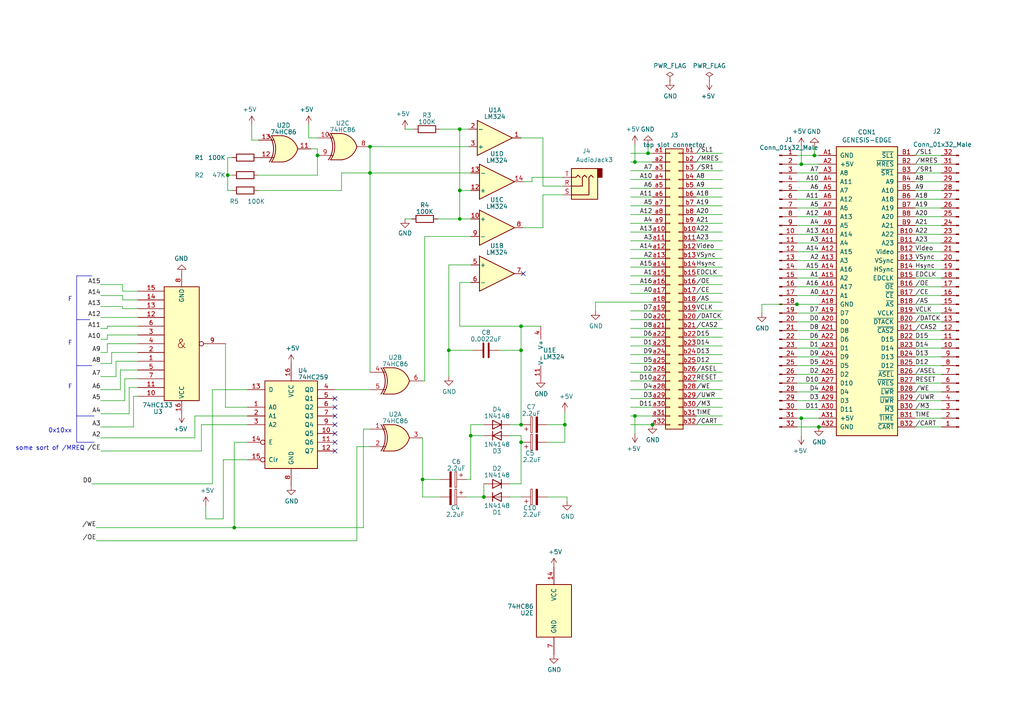
<source format=kicad_sch>
(kicad_sch (version 20230121) (generator eeschema)
  (paper "A4")
  (junction (at 107.315 50.165))
  (junction (at 92.075 45.085))
  (junction (at 107.315 42.545))
  (junction (at 184.15 120.65))
  (junction (at 67.945 153.035))
  (junction (at 130.175 101.6))
  (junction (at 231.14 88.265))
  (junction (at 151.13 101.6))
  (junction (at 232.41 47.625))
  (junction (at 237.49 123.825))
  (junction (at 184.15 46.99))
  (junction (at 189.23 123.19))
  (junction (at 133.35 63.5))
  (junction (at 122.555 139.065))
  (junction (at 232.41 121.285))
  (junction (at 133.35 55.245))
  (junction (at 151.13 94.615))
  (junction (at 187.96 44.45))
  (junction (at 163.83 123.19))
  (junction (at 236.22 45.085))
  (junction (at 140.335 144.145))
  (junction (at 66.04 50.8))
  (junction (at 151.13 123.19))
  (junction (at 136.525 126.365))
  (junction (at 151.13 128.27))
  (junction (at 133.35 37.465))
  (no_connect (at 151.765 79.375))
  (no_connect (at 97.155 128.27))
  (no_connect (at 97.155 120.65))
  (no_connect (at 97.155 130.81))
  (no_connect (at 97.155 118.11))
  (no_connect (at 97.155 125.73))
  (no_connect (at 97.155 115.57))
  (no_connect (at 97.155 123.19))
  (wire (pts (xy 117.475 63.5) (xy 119.38 63.5)))
  (polyline (pts (xy 22.225 120.65) (xy 22.225 128.27)))
  (wire (pts (xy 64.77 150.495) (xy 59.69 150.495)))
  (wire (pts (xy 151.13 126.365) (xy 147.955 126.365)))
  (wire (pts (xy 136.525 123.19) (xy 136.525 126.365)))
  (polyline (pts (xy 26.67 80.01) (xy 22.225 80.01)))
  (wire (pts (xy 133.35 94.615) (xy 151.13 94.615)))
  (wire (pts (xy 231.14 118.745) (xy 237.49 118.745)))
  (wire (pts (xy 35.56 82.55) (xy 29.21 82.55)))
  (wire (pts (xy 65.405 118.11) (xy 71.755 118.11)))
  (wire (pts (xy 231.14 121.285) (xy 232.41 121.285)))
  (wire (pts (xy 265.43 57.785) (xy 273.05 57.785)))
  (wire (pts (xy 147.955 144.145) (xy 151.13 144.145)))
  (wire (pts (xy 61.595 113.03) (xy 61.595 140.335)))
  (wire (pts (xy 127 63.5) (xy 133.35 63.5)))
  (wire (pts (xy 66.04 55.245) (xy 67.31 55.245)))
  (wire (pts (xy 105.41 153.035) (xy 105.41 124.46)))
  (wire (pts (xy 231.14 100.965) (xy 237.49 100.965)))
  (wire (pts (xy 265.43 118.745) (xy 273.05 118.745)))
  (wire (pts (xy 184.15 125.73) (xy 184.15 120.65)))
  (wire (pts (xy 71.755 123.19) (xy 58.42 123.19)))
  (wire (pts (xy 31.115 97.155) (xy 31.115 98.425)))
  (wire (pts (xy 184.15 41.91) (xy 184.15 46.99)))
  (wire (pts (xy 201.93 69.85) (xy 209.55 69.85)))
  (wire (pts (xy 201.93 120.65) (xy 209.55 120.65)))
  (wire (pts (xy 163.83 123.19) (xy 158.75 123.19)))
  (wire (pts (xy 182.88 105.41) (xy 189.23 105.41)))
  (wire (pts (xy 74.93 50.8) (xy 92.075 50.8)))
  (wire (pts (xy 182.88 62.23) (xy 189.23 62.23)))
  (wire (pts (xy 26.67 140.335) (xy 61.595 140.335)))
  (wire (pts (xy 38.735 123.825) (xy 29.21 123.825)))
  (wire (pts (xy 123.19 110.49) (xy 123.19 68.58)))
  (wire (pts (xy 133.35 37.465) (xy 135.89 37.465)))
  (wire (pts (xy 265.43 113.665) (xy 273.05 113.665)))
  (wire (pts (xy 182.88 90.17) (xy 189.23 90.17)))
  (polyline (pts (xy 22.225 106.045) (xy 22.225 120.65)))
  (wire (pts (xy 36.195 109.855) (xy 36.195 116.205)))
  (wire (pts (xy 40.005 97.155) (xy 31.115 97.155)))
  (wire (pts (xy 151.13 101.6) (xy 151.13 94.615)))
  (wire (pts (xy 71.755 133.35) (xy 64.77 133.35)))
  (wire (pts (xy 136.525 126.365) (xy 140.335 126.365)))
  (wire (pts (xy 265.43 83.185) (xy 273.05 83.185)))
  (wire (pts (xy 201.93 80.01) (xy 209.55 80.01)))
  (wire (pts (xy 136.525 50.165) (xy 107.315 50.165)))
  (wire (pts (xy 147.955 123.19) (xy 151.13 123.19)))
  (wire (pts (xy 265.43 60.325) (xy 273.05 60.325)))
  (wire (pts (xy 182.88 49.53) (xy 189.23 49.53)))
  (wire (pts (xy 201.93 72.39) (xy 209.55 72.39)))
  (wire (pts (xy 184.15 46.99) (xy 189.23 46.99)))
  (wire (pts (xy 74.93 55.245) (xy 99.06 55.245)))
  (wire (pts (xy 38.735 114.935) (xy 38.735 123.825)))
  (wire (pts (xy 135.255 144.145) (xy 140.335 144.145)))
  (wire (pts (xy 157.48 66.04) (xy 151.765 66.04)))
  (wire (pts (xy 35.56 85.725) (xy 29.21 85.725)))
  (wire (pts (xy 231.14 90.805) (xy 237.49 90.805)))
  (wire (pts (xy 29.21 127) (xy 56.515 127)))
  (wire (pts (xy 36.195 116.205) (xy 29.21 116.205)))
  (wire (pts (xy 265.43 111.125) (xy 273.05 111.125)))
  (wire (pts (xy 37.465 120.015) (xy 29.21 120.015)))
  (wire (pts (xy 182.88 80.01) (xy 189.23 80.01)))
  (wire (pts (xy 107.315 50.165) (xy 107.315 107.95)))
  (wire (pts (xy 231.14 73.025) (xy 237.49 73.025)))
  (wire (pts (xy 157.48 40.005) (xy 157.48 53.975)))
  (wire (pts (xy 90.17 43.18) (xy 92.075 43.18)))
  (wire (pts (xy 201.93 57.15) (xy 209.55 57.15)))
  (wire (pts (xy 201.93 123.19) (xy 209.55 123.19)))
  (wire (pts (xy 117.475 37.465) (xy 120.015 37.465)))
  (wire (pts (xy 35.56 89.535) (xy 35.56 88.9)))
  (wire (pts (xy 201.93 64.77) (xy 209.55 64.77)))
  (wire (pts (xy 201.93 115.57) (xy 209.55 115.57)))
  (wire (pts (xy 231.14 111.125) (xy 237.49 111.125)))
  (wire (pts (xy 163.83 119.38) (xy 163.83 123.19)))
  (wire (pts (xy 40.005 86.995) (xy 35.56 86.995)))
  (wire (pts (xy 34.925 107.315) (xy 34.925 113.03)))
  (wire (pts (xy 40.005 94.615) (xy 31.115 94.615)))
  (wire (pts (xy 122.555 110.49) (xy 123.19 110.49)))
  (wire (pts (xy 201.93 100.33) (xy 209.55 100.33)))
  (wire (pts (xy 231.14 55.245) (xy 237.49 55.245)))
  (wire (pts (xy 201.93 97.79) (xy 209.55 97.79)))
  (wire (pts (xy 182.88 44.45) (xy 187.96 44.45)))
  (wire (pts (xy 133.35 55.245) (xy 136.525 55.245)))
  (wire (pts (xy 201.93 54.61) (xy 209.55 54.61)))
  (wire (pts (xy 265.43 52.705) (xy 273.05 52.705)))
  (wire (pts (xy 231.14 78.105) (xy 237.49 78.105)))
  (wire (pts (xy 103.505 156.845) (xy 103.505 129.54)))
  (wire (pts (xy 151.13 94.615) (xy 156.845 94.615)))
  (wire (pts (xy 37.465 112.395) (xy 37.465 120.015)))
  (wire (pts (xy 71.755 120.65) (xy 56.515 120.65)))
  (wire (pts (xy 31.115 102.235) (xy 29.21 102.235)))
  (wire (pts (xy 182.88 85.09) (xy 189.23 85.09)))
  (wire (pts (xy 133.35 63.5) (xy 133.35 55.245)))
  (wire (pts (xy 27.94 156.845) (xy 103.505 156.845)))
  (wire (pts (xy 231.14 95.885) (xy 237.49 95.885)))
  (wire (pts (xy 99.06 50.165) (xy 99.06 55.245)))
  (wire (pts (xy 64.77 133.35) (xy 64.77 150.495)))
  (wire (pts (xy 67.31 45.72) (xy 66.04 45.72)))
  (wire (pts (xy 265.43 75.565) (xy 273.05 75.565)))
  (wire (pts (xy 151.13 40.005) (xy 157.48 40.005)))
  (wire (pts (xy 35.56 86.995) (xy 35.56 85.725)))
  (wire (pts (xy 201.93 74.93) (xy 209.55 74.93)))
  (wire (pts (xy 182.88 100.33) (xy 189.23 100.33)))
  (wire (pts (xy 201.93 95.25) (xy 209.55 95.25)))
  (wire (pts (xy 92.075 43.18) (xy 92.075 45.085)))
  (wire (pts (xy 182.88 115.57) (xy 189.23 115.57)))
  (wire (pts (xy 265.43 123.825) (xy 273.05 123.825)))
  (wire (pts (xy 158.75 144.145) (xy 164.465 144.145)))
  (wire (pts (xy 265.43 55.245) (xy 273.05 55.245)))
  (wire (pts (xy 182.88 74.93) (xy 189.23 74.93)))
  (wire (pts (xy 265.43 65.405) (xy 273.05 65.405)))
  (wire (pts (xy 265.43 103.505) (xy 273.05 103.505)))
  (wire (pts (xy 130.175 101.6) (xy 130.175 109.22)))
  (polyline (pts (xy 22.225 80.01) (xy 22.225 92.71)))
  (wire (pts (xy 67.945 128.27) (xy 67.945 153.035)))
  (wire (pts (xy 201.93 85.09) (xy 209.55 85.09)))
  (wire (pts (xy 231.14 93.345) (xy 237.49 93.345)))
  (wire (pts (xy 265.43 106.045) (xy 273.05 106.045)))
  (wire (pts (xy 182.88 97.79) (xy 189.23 97.79)))
  (wire (pts (xy 265.43 78.105) (xy 273.05 78.105)))
  (wire (pts (xy 236.22 42.545) (xy 236.22 45.085)))
  (wire (pts (xy 130.175 76.835) (xy 136.525 76.835)))
  (wire (pts (xy 231.14 80.645) (xy 237.49 80.645)))
  (wire (pts (xy 31.115 99.695) (xy 31.115 102.235)))
  (wire (pts (xy 231.14 57.785) (xy 237.49 57.785)))
  (wire (pts (xy 40.005 102.235) (xy 32.385 102.235)))
  (wire (pts (xy 220.98 88.265) (xy 220.98 90.805)))
  (wire (pts (xy 201.93 102.87) (xy 209.55 102.87)))
  (wire (pts (xy 163.83 128.27) (xy 163.83 123.19)))
  (wire (pts (xy 231.14 123.825) (xy 237.49 123.825)))
  (wire (pts (xy 147.955 140.335) (xy 151.13 140.335)))
  (wire (pts (xy 123.19 68.58) (xy 136.525 68.58)))
  (wire (pts (xy 29.21 92.075) (xy 40.005 92.075)))
  (wire (pts (xy 231.14 83.185) (xy 237.49 83.185)))
  (wire (pts (xy 201.93 118.11) (xy 209.55 118.11)))
  (wire (pts (xy 220.98 88.265) (xy 231.14 88.265)))
  (wire (pts (xy 182.88 123.19) (xy 189.23 123.19)))
  (wire (pts (xy 182.88 107.95) (xy 189.23 107.95)))
  (wire (pts (xy 231.14 103.505) (xy 237.49 103.505)))
  (wire (pts (xy 265.43 95.885) (xy 273.05 95.885)))
  (wire (pts (xy 31.115 98.425) (xy 29.21 98.425)))
  (polyline (pts (xy 22.225 120.65) (xy 27.305 120.65)))
  (wire (pts (xy 182.88 110.49) (xy 189.23 110.49)))
  (wire (pts (xy 265.43 100.965) (xy 273.05 100.965)))
  (wire (pts (xy 201.93 113.03) (xy 209.55 113.03)))
  (wire (pts (xy 154.305 52.705) (xy 154.305 51.435)))
  (wire (pts (xy 40.005 89.535) (xy 35.56 89.535)))
  (wire (pts (xy 164.465 144.145) (xy 164.465 145.415)))
  (wire (pts (xy 40.005 99.695) (xy 31.115 99.695)))
  (wire (pts (xy 97.155 113.03) (xy 107.315 113.03)))
  (wire (pts (xy 232.41 42.545) (xy 232.41 47.625)))
  (wire (pts (xy 182.88 72.39) (xy 189.23 72.39)))
  (wire (pts (xy 66.04 45.72) (xy 66.04 50.8)))
  (wire (pts (xy 73.025 36.195) (xy 73.025 40.64)))
  (wire (pts (xy 158.75 128.27) (xy 163.83 128.27)))
  (wire (pts (xy 231.14 75.565) (xy 237.49 75.565)))
  (wire (pts (xy 182.88 64.77) (xy 189.23 64.77)))
  (wire (pts (xy 31.115 94.615) (xy 31.115 95.25)))
  (wire (pts (xy 122.555 127) (xy 122.555 139.065)))
  (wire (pts (xy 74.93 40.64) (xy 73.025 40.64)))
  (wire (pts (xy 182.88 120.65) (xy 184.15 120.65)))
  (wire (pts (xy 182.88 52.07) (xy 189.23 52.07)))
  (wire (pts (xy 151.765 52.705) (xy 154.305 52.705)))
  (wire (pts (xy 127.635 144.145) (xy 122.555 144.145)))
  (wire (pts (xy 157.48 53.975) (xy 163.195 53.975)))
  (wire (pts (xy 66.04 50.8) (xy 66.04 55.245)))
  (wire (pts (xy 58.42 123.19) (xy 58.42 130.81)))
  (wire (pts (xy 265.43 90.805) (xy 273.05 90.805)))
  (wire (pts (xy 265.43 116.205) (xy 273.05 116.205)))
  (wire (pts (xy 133.35 55.245) (xy 133.35 37.465)))
  (wire (pts (xy 151.13 140.335) (xy 151.13 128.27)))
  (wire (pts (xy 140.335 123.19) (xy 136.525 123.19)))
  (polyline (pts (xy 22.225 92.71) (xy 22.225 106.045)))
  (wire (pts (xy 265.43 70.485) (xy 273.05 70.485)))
  (wire (pts (xy 66.04 50.8) (xy 67.31 50.8)))
  (wire (pts (xy 89.535 36.195) (xy 89.535 40.005)))
  (wire (pts (xy 201.93 92.71) (xy 209.55 92.71)))
  (wire (pts (xy 265.43 88.265) (xy 273.05 88.265)))
  (wire (pts (xy 172.72 87.63) (xy 189.23 87.63)))
  (wire (pts (xy 40.005 114.935) (xy 38.735 114.935)))
  (wire (pts (xy 265.43 108.585) (xy 273.05 108.585)))
  (wire (pts (xy 182.88 59.69) (xy 189.23 59.69)))
  (wire (pts (xy 136.525 81.915) (xy 133.35 81.915)))
  (wire (pts (xy 182.88 77.47) (xy 189.23 77.47)))
  (wire (pts (xy 232.41 47.625) (xy 237.49 47.625)))
  (wire (pts (xy 231.14 52.705) (xy 237.49 52.705)))
  (wire (pts (xy 33.655 109.22) (xy 29.21 109.22)))
  (wire (pts (xy 133.35 81.915) (xy 133.35 94.615)))
  (wire (pts (xy 151.13 128.27) (xy 151.13 126.365)))
  (wire (pts (xy 231.14 88.265) (xy 237.49 88.265)))
  (wire (pts (xy 201.93 49.53) (xy 209.55 49.53)))
  (wire (pts (xy 201.93 110.49) (xy 209.55 110.49)))
  (wire (pts (xy 201.93 46.99) (xy 209.55 46.99)))
  (wire (pts (xy 265.43 80.645) (xy 273.05 80.645)))
  (wire (pts (xy 29.21 130.81) (xy 58.42 130.81)))
  (wire (pts (xy 201.93 77.47) (xy 209.55 77.47)))
  (wire (pts (xy 136.525 126.365) (xy 136.525 139.065)))
  (wire (pts (xy 56.515 120.65) (xy 56.515 127)))
  (wire (pts (xy 107.315 42.545) (xy 107.315 50.165)))
  (wire (pts (xy 35.56 88.9) (xy 29.21 88.9)))
  (wire (pts (xy 231.14 50.165) (xy 237.49 50.165)))
  (wire (pts (xy 182.88 92.71) (xy 189.23 92.71)))
  (wire (pts (xy 27.94 153.035) (xy 67.945 153.035)))
  (wire (pts (xy 265.43 121.285) (xy 273.05 121.285)))
  (wire (pts (xy 154.305 51.435) (xy 163.195 51.435)))
  (wire (pts (xy 231.14 67.945) (xy 237.49 67.945)))
  (wire (pts (xy 231.14 70.485) (xy 237.49 70.485)))
  (wire (pts (xy 71.755 128.27) (xy 67.945 128.27)))
  (wire (pts (xy 201.93 105.41) (xy 209.55 105.41)))
  (wire (pts (xy 59.69 146.685) (xy 59.69 150.495)))
  (wire (pts (xy 236.22 45.085) (xy 237.49 45.085)))
  (wire (pts (xy 31.115 95.25) (xy 29.21 95.25)))
  (wire (pts (xy 33.655 104.775) (xy 33.655 109.22)))
  (wire (pts (xy 140.335 140.335) (xy 140.335 144.145)))
  (wire (pts (xy 107.315 50.165) (xy 99.06 50.165)))
  (wire (pts (xy 133.35 63.5) (xy 136.525 63.5)))
  (wire (pts (xy 201.93 82.55) (xy 209.55 82.55)))
  (wire (pts (xy 265.43 85.725) (xy 273.05 85.725)))
  (wire (pts (xy 182.88 46.99) (xy 184.15 46.99)))
  (wire (pts (xy 182.88 69.85) (xy 189.23 69.85)))
  (wire (pts (xy 92.075 40.005) (xy 89.535 40.005)))
  (wire (pts (xy 201.93 44.45) (xy 209.55 44.45)))
  (wire (pts (xy 33.655 104.775) (xy 40.005 104.775)))
  (wire (pts (xy 67.945 153.035) (xy 105.41 153.035)))
  (wire (pts (xy 32.385 102.235) (xy 32.385 105.41)))
  (wire (pts (xy 231.14 65.405) (xy 237.49 65.405)))
  (wire (pts (xy 231.14 98.425) (xy 237.49 98.425)))
  (wire (pts (xy 182.88 67.31) (xy 189.23 67.31)))
  (wire (pts (xy 92.075 45.085) (xy 92.075 50.8)))
  (wire (pts (xy 182.88 113.03) (xy 189.23 113.03)))
  (wire (pts (xy 182.88 95.25) (xy 189.23 95.25)))
  (wire (pts (xy 187.96 41.91) (xy 187.96 44.45)))
  (wire (pts (xy 231.14 85.725) (xy 237.49 85.725)))
  (wire (pts (xy 201.93 67.31) (xy 209.55 67.31)))
  (wire (pts (xy 157.48 56.515) (xy 157.48 66.04)))
  (wire (pts (xy 36.195 109.855) (xy 40.005 109.855)))
  (wire (pts (xy 182.88 57.15) (xy 189.23 57.15)))
  (wire (pts (xy 231.14 45.085) (xy 236.22 45.085)))
  (wire (pts (xy 265.43 67.945) (xy 273.05 67.945)))
  (wire (pts (xy 65.405 99.695) (xy 65.405 118.11)))
  (wire (pts (xy 201.93 59.69) (xy 209.55 59.69)))
  (wire (pts (xy 265.43 47.625) (xy 273.05 47.625)))
  (wire (pts (xy 182.88 102.87) (xy 189.23 102.87)))
  (wire (pts (xy 127.635 37.465) (xy 133.35 37.465)))
  (wire (pts (xy 105.41 124.46) (xy 107.315 124.46)))
  (wire (pts (xy 182.88 82.55) (xy 189.23 82.55)))
  (polyline (pts (xy 22.225 92.71) (xy 26.035 92.71)))
  (polyline (pts (xy 22.225 106.045) (xy 26.67 106.045)))
  (wire (pts (xy 201.93 90.17) (xy 209.55 90.17)))
  (wire (pts (xy 32.385 105.41) (xy 29.21 105.41)))
  (wire (pts (xy 201.93 52.07) (xy 209.55 52.07)))
  (wire (pts (xy 137.16 101.6) (xy 130.175 101.6)))
  (wire (pts (xy 231.14 60.325) (xy 237.49 60.325)))
  (wire (pts (xy 107.315 42.545) (xy 135.89 42.545)))
  (wire (pts (xy 232.41 121.285) (xy 237.49 121.285)))
  (wire (pts (xy 231.14 62.865) (xy 237.49 62.865)))
  (wire (pts (xy 232.41 126.365) (xy 232.41 121.285)))
  (wire (pts (xy 135.255 139.065) (xy 136.525 139.065)))
  (wire (pts (xy 35.56 84.455) (xy 35.56 82.55)))
  (wire (pts (xy 122.555 139.065) (xy 122.555 144.145)))
  (wire (pts (xy 163.195 56.515) (xy 157.48 56.515)))
  (wire (pts (xy 265.43 45.085) (xy 273.05 45.085)))
  (wire (pts (xy 265.43 98.425) (xy 273.05 98.425)))
  (polyline (pts (xy 22.225 128.27) (xy 27.305 128.27)))
  (wire (pts (xy 265.43 50.165) (xy 273.05 50.165)))
  (wire (pts (xy 103.505 129.54) (xy 107.315 129.54)))
  (wire (pts (xy 265.43 62.865) (xy 273.05 62.865)))
  (wire (pts (xy 40.005 84.455) (xy 35.56 84.455)))
  (wire (pts (xy 182.88 118.11) (xy 189.23 118.11)))
  (wire (pts (xy 201.93 107.95) (xy 209.55 107.95)))
  (wire (pts (xy 182.88 54.61) (xy 189.23 54.61)))
  (wire (pts (xy 34.925 113.03) (xy 29.21 113.03)))
  (wire (pts (xy 151.13 123.19) (xy 151.13 101.6)))
  (wire (pts (xy 231.14 106.045) (xy 237.49 106.045)))
  (wire (pts (xy 122.555 139.065) (xy 127.635 139.065)))
  (wire (pts (xy 201.93 62.23) (xy 209.55 62.23)))
  (wire (pts (xy 187.96 44.45) (xy 189.23 44.45)))
  (wire (pts (xy 265.43 93.345) (xy 273.05 93.345)))
  (wire (pts (xy 201.93 87.63) (xy 209.55 87.63)))
  (wire (pts (xy 40.005 107.315) (xy 34.925 107.315)))
  (wire (pts (xy 71.755 113.03) (xy 61.595 113.03)))
  (wire (pts (xy 184.15 120.65) (xy 189.23 120.65)))
  (wire (pts (xy 144.78 101.6) (xy 151.13 101.6)))
  (wire (pts (xy 265.43 73.025) (xy 273.05 73.025)))
  (wire (pts (xy 130.175 101.6) (xy 130.175 76.835)))
  (wire (pts (xy 231.14 108.585) (xy 237.49 108.585)))
  (wire (pts (xy 231.14 47.625) (xy 232.41 47.625)))
  (wire (pts (xy 172.72 87.63) (xy 172.72 90.17)))
  (wire (pts (xy 231.14 113.665) (xy 237.49 113.665)))
  (wire (pts (xy 231.14 116.205) (xy 237.49 116.205)))
  (wire (pts (xy 40.005 112.395) (xy 37.465 112.395)))
  (text "F" (at 19.685 113.03 0) (effects (font (size 1.27 1.27)) (justify left bottom)))
  (text "some sort of /MREQ" (at 4.445 130.81 0) (effects (font (size 1.27 1.27)) (justify left bottom)))
  (text "0x10xx" (at 13.97 125.73 0) (effects (font (size 1.27 1.27)) (justify left bottom)))
  (text "F" (at 19.685 87.63 0) (effects (font (size 1.27 1.27)) (justify left bottom)))
  (text "F" (at 19.685 100.33 0) (effects (font (size 1.27 1.27)) (justify left bottom)))
  (label "A11" (at 29.21 95.25 180))
  (label "A4" (at 29.21 120.015 180))
  (label "A14" (at 29.21 85.725 180))
  (label "A12" (at 237.49 62.865 180))
  (label "D1" (at 189.23 100.33 180))
  (label "A14" (at 189.23 72.39 180))
  (label "A15" (at 237.49 78.105 180))
  (label "D2" (at 237.49 108.585 180))
  (label "A20" (at 201.93 62.23 0))
  (label "A10" (at 29.21 98.425 180))
  (label "VSync" (at 265.43 75.565 0))
  (label "A4" (at 237.49 65.405 180))
  (label "A1" (at 237.49 80.645 180))
  (label "D15" (at 201.93 97.79 0))
  (label "D9" (at 237.49 103.505 180))
  (label "{slash}OE" (at 27.94 156.845 180))
  (label "Video" (at 265.43 73.025 0))
  (label "{slash}CAS2" (at 265.43 95.885 0))
  (label "TIME" (at 265.43 121.285 0))
  (label "D14" (at 265.43 100.965 0))
  (label "D15" (at 265.43 98.425 0))
  (label "A8" (at 201.93 52.07 0))
  (label "A13" (at 189.23 67.31 180))
  (label "A2" (at 189.23 74.93 180))
  (label "A13" (at 237.49 67.945 180))
  (label "A4" (at 189.23 64.77 180))
  (label "{slash}SL1" (at 265.43 45.085 0))
  (label "A16" (at 237.49 83.185 180))
  (label "{slash}SR1" (at 201.93 49.53 0))
  (label "D4" (at 189.23 113.03 180))
  (label "A21" (at 265.43 65.405 0))
  (label "A22" (at 201.93 67.31 0))
  (label "A19" (at 265.43 60.325 0))
  (label "TIME" (at 201.93 120.65 0))
  (label "D10" (at 189.23 110.49 180))
  (label "A1" (at 189.23 80.01 180))
  (label "A15" (at 29.21 82.55 180))
  (label "D11" (at 237.49 118.745 180))
  (label "{slash}DATCK" (at 201.93 92.71 0))
  (label "RESET" (at 265.43 111.125 0))
  (label "A3" (at 189.23 69.85 180))
  (label "A15" (at 189.23 77.47 180))
  (label "{slash}SL1" (at 201.93 44.45 0))
  (label "A21" (at 201.93 64.77 0))
  (label "A5" (at 237.49 60.325 180))
  (label "A23" (at 265.43 70.485 0))
  (label "A7" (at 237.49 50.165 180))
  (label "Video" (at 201.93 72.39 0))
  (label "A23" (at 201.93 69.85 0))
  (label "A12" (at 189.23 62.23 180))
  (label "{slash}CE" (at 29.21 130.81 180))
  (label "D2" (at 189.23 107.95 180))
  (label "{slash}CART" (at 201.93 123.19 0))
  (label "A11" (at 189.23 57.15 180))
  (label "A8" (at 29.21 105.41 180))
  (label "D3" (at 237.49 116.205 180))
  (label "A5" (at 29.21 116.205 180))
  (label "A18" (at 201.93 57.15 0))
  (label "EDCLK" (at 201.93 80.01 0))
  (label "{slash}WE" (at 27.94 153.035 180))
  (label "D1" (at 237.49 100.965 180))
  (label "{slash}CAS2" (at 201.93 95.25 0))
  (label "{slash}ASEL" (at 265.43 108.585 0))
  (label "A6" (at 189.23 54.61 180))
  (label "{slash}SR1" (at 265.43 50.165 0))
  (label "A11" (at 237.49 57.785 180))
  (label "D5" (at 237.49 106.045 180))
  (label "{slash}AS" (at 265.43 88.265 0))
  (label "A9" (at 265.43 55.245 0))
  (label "D0" (at 237.49 93.345 180))
  (label "A8" (at 265.43 52.705 0))
  (label "{slash}M3" (at 265.43 118.745 0))
  (label "{slash}CART" (at 265.43 123.825 0))
  (label "A9" (at 201.93 54.61 0))
  (label "A18" (at 265.43 57.785 0))
  (label "RESET" (at 201.93 110.49 0))
  (label "A22" (at 265.43 67.945 0))
  (label "A10" (at 237.49 52.705 180))
  (label "A13" (at 29.21 88.9 180))
  (label "A3" (at 29.21 123.825 180))
  (label "D10" (at 237.49 111.125 180))
  (label "A5" (at 189.23 59.69 180))
  (label "D9" (at 189.23 102.87 180))
  (label "D0" (at 26.67 140.335 180))
  (label "{slash}ASEL" (at 201.93 107.95 0))
  (label "D4" (at 237.49 113.665 180))
  (label "D6" (at 237.49 98.425 180))
  (label "A14" (at 237.49 73.025 180))
  (label "A3" (at 237.49 70.485 180))
  (label "D6" (at 189.23 97.79 180))
  (label "{slash}M3" (at 201.93 118.11 0))
  (label "D8" (at 237.49 95.885 180))
  (label "{slash}OE" (at 201.93 82.55 0))
  (label "A12" (at 29.21 92.075 180))
  (label "Hsync" (at 201.93 77.47 0))
  (label "A16" (at 189.23 82.55 180))
  (label "D5" (at 189.23 105.41 180))
  (label "D8" (at 189.23 95.25 180))
  (label "D12" (at 201.93 105.41 0))
  (label "Hsync" (at 265.43 78.105 0))
  (label "A6" (at 237.49 55.245 180))
  (label "A2" (at 237.49 75.565 180))
  (label "A2" (at 29.21 127 180))
  (label "{slash}CE" (at 265.43 85.725 0))
  (label "D14" (at 201.93 100.33 0))
  (label "A0" (at 189.23 85.09 180))
  (label "D13" (at 265.43 103.505 0))
  (label "EDCLK" (at 265.43 80.645 0))
  (label "{slash}UWR" (at 201.93 115.57 0))
  (label "A19" (at 201.93 59.69 0))
  (label "A0" (at 237.49 85.725 180))
  (label "D0" (at 189.23 92.71 180))
  (label "{slash}WE" (at 265.43 113.665 0))
  (label "A6" (at 29.21 113.03 180))
  (label "VCLK" (at 265.43 90.805 0))
  (label "VSync" (at 201.93 74.93 0))
  (label "{slash}CE" (at 201.93 85.09 0))
  (label "{slash}MRES" (at 201.93 46.99 0))
  (label "{slash}MRES" (at 265.43 47.625 0))
  (label "D3" (at 189.23 115.57 180))
  (label "{slash}DATCK" (at 265.43 93.345 0))
  (label "A9" (at 29.21 102.235 180))
  (label "VCLK" (at 201.93 90.17 0))
  (label "D7" (at 237.49 90.805 180))
  (label "D13" (at 201.93 102.87 0))
  (label "A7" (at 189.23 49.53 180))
  (label "A10" (at 189.23 52.07 180))
  (label "{slash}WE" (at 201.93 113.03 0))
  (label "D7" (at 189.23 90.17 180))
  (label "{slash}OE" (at 265.43 83.185 0))
  (label "A7" (at 29.21 109.22 180))
  (label "{slash}AS" (at 201.93 87.63 0))
  (label "{slash}UWR" (at 265.43 116.205 0))
  (label "A20" (at 265.43 62.865 0))
  (label "D12" (at 265.43 106.045 0))
  (label "D11" (at 189.23 118.11 180))
  (symbol (lib_id "power:+5V") (at 52.705 120.015 180) (unit 1)
    (property "Reference" "#PWR017" (effects hide))
    (property "Value" "+5V" (at 52.324 124.4092 0))
  )
  (symbol (lib_id "Amplifier_Operational:LM324") (at 144.145 79.375 0) (unit 2)
    (property "Reference" "U1" (at 144.145 71.2851 0))
    (property "Value" "LM324" (at 144.145 73.2061 0))
    (property "Footprint" "Package_DIP:DIP-14_W7.62mm" (effects hide))
    (property "Datasheet" "http://www.ti.com/lit/ds/symlink/lm2902-n.pdf" (effects hide))
  )
  (symbol (lib_id "power:+5V") (at 232.41 42.545 0) (unit 1)
    (property "Reference" "#PWR0103" (effects hide))
    (property "Value" "+5V" (at 231.775 38.1 0))
  )
  (symbol (lib_id "power:+5V") (at 184.15 41.91 0) (unit 1)
    (property "Reference" "#PWR02" (effects hide))
    (property "Value" "+5V" (at 183.515 37.465 0))
  )
  (symbol (lib_id "power:GND") (at 164.465 145.415 0) (unit 1)
    (property "Reference" "#PWR011" (effects hide))
    (property "Value" "GND" (at 164.592 149.8092 0))
  )
  (symbol (lib_id "Diode:1N4148") (at 144.145 140.335 180) (unit 1)
    (property "Reference" "D2" (at 144.145 135.89 0))
    (property "Value" "1N4148" (at 144.145 137.795 0))
    (property "Footprint" "Diode_THT:D_DO-35_SOD27_P7.62mm_Horizontal" (effects hide))
    (property "Datasheet" "https://assets.nexperia.com/documents/data-sheet/1N4148_1N4448.pdf" (effects hide))
    (property "Sim.Device" "D" (effects hide))
    (property "Sim.Pins" "1=K 2=A" (effects hide))
  )
  (symbol (lib_id "power:+5V") (at 59.69 146.685 0) (unit 1)
    (property "Reference" "#PWR020" (effects hide))
    (property "Value" "+5V" (at 60.071 142.2908 0))
  )
  (symbol (lib_id "Cart_FeRAM:GENESIS-EDGE") (at 242.57 42.545 0) (unit 1)
    (property "Reference" "CON1" (at 251.46 38.3032 0))
    (property "Value" "GENESIS-EDGE" (at 251.46 40.6146 0))
    (property "Footprint" "db-smt:GENESIS-EDGE" (effects hide))
  )
  (symbol (lib_id "power:+5V") (at 205.74 23.495 180) (unit 1)
    (property "Reference" "#PWR0101" (effects hide))
    (property "Value" "+5V" (at 205.359 27.8892 0))
  )
  (symbol (lib_id "Diode:1N4148") (at 144.145 144.145 0) (unit 1)
    (property "Reference" "D1" (at 144.145 148.59 0))
    (property "Value" "1N4148" (at 144.145 146.685 0))
    (property "Footprint" "Diode_THT:D_DO-35_SOD27_P7.62mm_Horizontal" (effects hide))
    (property "Datasheet" "https://assets.nexperia.com/documents/data-sheet/1N4148_1N4448.pdf" (effects hide))
    (property "Sim.Device" "D" (effects hide))
    (property "Sim.Pins" "1=K 2=A" (effects hide))
  )
  (symbol (lib_id "74xx:74HC86") (at 160.655 177.165 0) (unit 5)
    (property "Reference" "U2" (at 154.8131 177.8087 0) (effects (justify right)))
    (property "Value" "74HC86" (at 154.8131 175.8877 0) (effects (justify right)))
    (property "Footprint" "Package_DIP:DIP-14_W7.62mm" (effects hide))
    (property "Datasheet" "http://www.ti.com/lit/gpn/sn74HC86" (effects hide))
  )
  (symbol (lib_id "Device:R") (at 123.825 37.465 90) (unit 1)
    (property "Reference" "R3" (at 123.825 33.4391 90))
    (property "Value" "100K" (at 123.825 35.3601 90))
    (property "Footprint" "Resistor_THT:R_Axial_DIN0207_L6.3mm_D2.5mm_P2.54mm_Vertical" (effects hide))
  )
  (symbol (lib_id "74xx:74HC86") (at 114.935 127 0) (unit 1)
    (property "Reference" "U2" (at 114.6302 120.1801 0))
    (property "Value" "74HC86" (at 114.6302 122.1011 0))
    (property "Footprint" "Package_DIP:DIP-14_W7.62mm" (effects hide))
    (property "Datasheet" "http://www.ti.com/lit/gpn/sn74HC86" (effects hide))
  )
  (symbol (lib_id "power:+5V") (at 163.83 119.38 0) (unit 1)
    (property "Reference" "#PWR010" (effects hide))
    (property "Value" "+5V" (at 164.211 114.9858 0))
  )
  (symbol (lib_id "power:GND") (at 52.705 79.375 180) (unit 1)
    (property "Reference" "#PWR016" (effects hide))
    (property "Value" "GND" (at 52.578 74.9808 0))
  )
  (symbol (lib_id "power:+5V") (at 232.41 126.365 180) (unit 1)
    (property "Reference" "#PWR0107" (effects hide))
    (property "Value" "+5V" (at 232.029 130.7592 0))
  )
  (symbol (lib_id "power:GND") (at 172.72 90.17 0) (unit 1)
    (property "Reference" "#PWR01" (effects hide))
    (property "Value" "GND" (at 172.847 94.5642 0))
  )
  (symbol (lib_id "power:GND") (at 194.31 23.495 0) (unit 1)
    (property "Reference" "#PWR0102" (effects hide))
    (property "Value" "GND" (at 194.437 27.8892 0))
  )
  (symbol (lib_id "power:+5V") (at 89.535 36.195 0) (unit 1)
    (property "Reference" "#PWR014" (effects hide))
    (property "Value" "+5V" (at 88.9 31.75 0))
  )
  (symbol (lib_id "Device:C_Polarized") (at 131.445 139.065 270) (unit 1)
    (property "Reference" "C6" (at 132.334 133.8961 90))
    (property "Value" "2.2uF" (at 132.334 135.8171 90))
    (property "Footprint" "Capacitor_THT:CP_Radial_D5.0mm_P2.50mm" (effects hide))
  )
  (symbol (lib_id "power:+5V") (at 73.025 36.195 0) (unit 1)
    (property "Reference" "#PWR015" (effects hide))
    (property "Value" "+5V" (at 72.39 31.75 0))
  )
  (symbol (lib_id "power:GND") (at 130.175 109.22 0) (unit 1)
    (property "Reference" "#PWR09" (effects hide))
    (property "Value" "GND" (at 130.302 113.6142 0))
  )
  (symbol (lib_id "Amplifier_Operational:LM324") (at 144.145 52.705 0) (mirror x) (unit 4)
    (property "Reference" "U1" (at 144.145 44.6151 0))
    (property "Value" "LM324" (at 144.145 46.5361 0))
    (property "Footprint" "Package_DIP:DIP-14_W7.62mm" (effects hide))
    (property "Datasheet" "http://www.ti.com/lit/ds/symlink/lm2902-n.pdf" (effects hide))
  )
  (symbol (lib_id "Amplifier_Operational:LM324") (at 143.51 40.005 0) (mirror x) (unit 1)
    (property "Reference" "U1" (at 143.51 31.9151 0))
    (property "Value" "LM324" (at 143.51 33.8361 0))
    (property "Footprint" "Package_DIP:DIP-14_W7.62mm" (effects hide))
    (property "Datasheet" "http://www.ti.com/lit/ds/symlink/lm2902-n.pdf" (effects hide))
  )
  (symbol (lib_id "Device:R") (at 71.12 45.72 90) (unit 1)
    (property "Reference" "R1" (at 57.785 45.72 90))
    (property "Value" "100K" (at 62.865 45.72 90))
    (property "Footprint" "Resistor_THT:R_Axial_DIN0204_L3.6mm_D1.6mm_P7.62mm_Horizontal" (effects hide))
  )
  (symbol (lib_id "Diode:1N4148") (at 144.145 126.365 0) (unit 1)
    (property "Reference" "D3" (at 144.145 130.81 0))
    (property "Value" "1N4148" (at 144.145 128.905 0))
    (property "Footprint" "Diode_THT:D_DO-35_SOD27_P7.62mm_Horizontal" (effects hide))
    (property "Datasheet" "https://assets.nexperia.com/documents/data-sheet/1N4148_1N4448.pdf" (effects hide))
    (property "Sim.Device" "D" (effects hide))
    (property "Sim.Pins" "1=K 2=A" (effects hide))
  )
  (symbol (lib_id "74xx:74HC86") (at 99.695 42.545 0) (mirror x) (unit 3)
    (property "Reference" "U2" (at 99.3902 35.7251 0))
    (property "Value" "74HC86" (at 99.3902 37.6461 0))
    (property "Footprint" "Package_DIP:DIP-14_W7.62mm" (effects hide))
    (property "Datasheet" "http://www.ti.com/lit/gpn/sn74HC86" (effects hide))
  )
  (symbol (lib_id "74xx_IEEE:74LS133") (at 52.705 99.695 0) (mirror x) (unit 1)
    (property "Reference" "U3" (at 44.45 119.38 0) (effects (justify left)))
    (property "Value" "74HC133" (at 41.275 117.475 0) (effects (justify left)))
    (property "Footprint" "Package_DIP:DIP-16_W7.62mm" (effects hide))
  )
  (symbol (lib_id "Device:C_Polarized") (at 154.94 123.19 90) (unit 1)
    (property "Reference" "C7" (at 154.051 118.0211 90))
    (property "Value" "2.2uF" (at 154.051 119.9421 90))
    (property "Footprint" "Capacitor_THT:CP_Radial_D5.0mm_P2.50mm" (effects hide))
  )
  (symbol (lib_id "power:+5V") (at 160.655 164.465 0) (unit 1)
    (property "Reference" "#PWR013" (effects hide))
    (property "Value" "+5V" (at 161.036 160.0708 0))
  )
  (symbol (lib_id "power:GND") (at 187.96 41.91 180) (unit 1)
    (property "Reference" "#PWR04" (effects hide))
    (property "Value" "GND" (at 187.833 37.5158 0))
  )
  (symbol (lib_id "power:GND") (at 156.845 109.855 0) (unit 1)
    (property "Reference" "#PWR08" (effects hide))
    (property "Value" "GND" (at 156.972 114.2492 0))
  )
  (symbol (lib_id "74xx:74HC86") (at 82.55 43.18 0) (mirror x) (unit 4)
    (property "Reference" "U2" (at 82.2452 36.3601 0))
    (property "Value" "74HC86" (at 82.2452 38.2811 0))
    (property "Footprint" "Package_DIP:DIP-14_W7.62mm" (effects hide))
    (property "Datasheet" "http://www.ti.com/lit/gpn/sn74HC86" (effects hide))
  )
  (symbol (lib_id "74xx:74HC86") (at 114.935 110.49 0) (unit 2)
    (property "Reference" "U2" (at 114.6302 103.6701 0))
    (property "Value" "74HC86" (at 114.6302 105.5911 0))
    (property "Footprint" "Package_DIP:DIP-14_W7.62mm" (effects hide))
    (property "Datasheet" "http://www.ti.com/lit/gpn/sn74HC86" (effects hide))
  )
  (symbol (lib_id "power:GND") (at 237.49 123.825 0) (unit 1)
    (property "Reference" "#PWR0106" (effects hide))
    (property "Value" "GND" (at 237.617 128.2192 0))
  )
  (symbol (lib_id "power:GND") (at 236.22 42.545 180) (unit 1)
    (property "Reference" "#PWR0109" (effects hide))
    (property "Value" "GND" (at 236.093 38.1508 0))
  )
  (symbol (lib_id "Amplifier_Operational:LM324") (at 159.385 102.235 0) (unit 5)
    (property "Reference" "U1" (at 157.48 101.5913 0) (effects (justify left)))
    (property "Value" "LM324" (at 157.48 103.5123 0) (effects (justify left)))
    (property "Footprint" "Package_DIP:DIP-14_W7.62mm" (effects hide))
    (property "Datasheet" "http://www.ti.com/lit/ds/symlink/lm2902-n.pdf" (effects hide))
  )
  (symbol (lib_id "power:GND") (at 84.455 140.97 0) (unit 1)
    (property "Reference" "#PWR019" (effects hide))
    (property "Value" "GND" (at 84.582 145.3642 0))
  )
  (symbol (lib_id "Connector:Conn_01x32_Male") (at 226.06 83.185 0) (unit 1)
    (property "Reference" "J1" (at 228.8032 40.4876 0))
    (property "Value" "Conn_01x32_Male" (at 228.8032 42.799 0))
    (property "Footprint" "Connector_PinSocket_2.54mm:PinSocket_1x32_P2.54mm_Vertical" (effects hide))
  )
  (symbol (lib_id "Device:R") (at 71.12 50.8 90) (unit 1)
    (property "Reference" "R2" (at 57.785 50.8 90))
    (property "Value" "47K" (at 63.5 50.8 90))
    (property "Footprint" "Resistor_THT:R_Axial_DIN0204_L3.6mm_D1.6mm_P7.62mm_Horizontal" (effects hide))
  )
  (symbol (lib_id "Device:C_Polarized") (at 154.94 144.145 90) (unit 1)
    (property "Reference" "C10" (at 153.67 147.32 90))
    (property "Value" "2.2uF" (at 154.305 149.225 90))
    (property "Footprint" "Capacitor_THT:CP_Radial_D5.0mm_P2.50mm" (effects hide))
  )
  (symbol (lib_id "power:+5V") (at 184.15 125.73 180) (unit 1)
    (property "Reference" "#PWR03" (effects hide))
    (property "Value" "+5V" (at 183.769 130.1242 0))
  )
  (symbol (lib_id "Amplifier_Operational:LM324") (at 144.145 66.04 0) (unit 3)
    (property "Reference" "U1" (at 144.145 57.9501 0))
    (property "Value" "LM324" (at 144.145 59.8711 0))
    (property "Footprint" "Package_DIP:DIP-14_W7.62mm" (effects hide))
    (property "Datasheet" "http://www.ti.com/lit/ds/symlink/lm2902-n.pdf" (effects hide))
  )
  (symbol (lib_id "74xx:74LS259") (at 84.455 123.19 0) (unit 1)
    (property "Reference" "U4" (at 86.4109 107.4801 0) (effects (justify left)))
    (property "Value" "74HC259" (at 86.4109 109.4011 0) (effects (justify left)))
    (property "Footprint" "Package_DIP:DIP-16_W7.62mm" (effects hide))
    (property "Datasheet" "http://www.ti.com/lit/gpn/sn74LS259" (effects hide))
  )
  (symbol (lib_id "power:+5V") (at 117.475 37.465 0) (unit 1)
    (property "Reference" "#PWR07" (effects hide))
    (property "Value" "+5V" (at 116.84 33.02 0))
  )
  (symbol (lib_id "power:GND") (at 189.23 123.19 0) (unit 1)
    (property "Reference" "#PWR05" (effects hide))
    (property "Value" "GND" (at 189.357 127.5842 0))
  )
  (symbol (lib_id "Device:R") (at 123.19 63.5 90) (unit 1)
    (property "Reference" "R4" (at 123.19 59.4741 90))
    (property "Value" "100K" (at 123.19 61.3951 90))
    (property "Footprint" "Resistor_THT:R_Axial_DIN0207_L6.3mm_D2.5mm_P2.54mm_Vertical" (effects hide))
  )
  (symbol (lib_id "Device:C_Polarized") (at 131.445 144.145 270) (unit 1)
    (property "Reference" "C4" (at 132.08 147.32 90))
    (property "Value" "2.2uF" (at 132.08 149.225 90))
    (property "Footprint" "Capacitor_THT:CP_Radial_D5.0mm_P2.50mm" (effects hide))
  )
  (symbol (lib_id "power:PWR_FLAG") (at 205.74 23.495 0) (unit 1)
    (property "Reference" "#FLG0101" (effects hide))
    (property "Value" "PWR_FLAG" (at 205.74 19.1008 0))
  )
  (symbol (lib_id "power:GND") (at 160.655 189.865 0) (unit 1)
    (property "Reference" "#PWR012" (effects hide))
    (property "Value" "GND" (at 160.782 194.2592 0))
  )
  (symbol (lib_id "power:GND") (at 220.98 90.805 0) (unit 1)
    (property "Reference" "#PWR0104" (effects hide))
    (property "Value" "GND" (at 221.107 95.1992 0))
  )
  (symbol (lib_id "Device:C_Polarized") (at 154.94 128.27 90) (unit 1)
    (property "Reference" "C5" (at 153.67 131.445 90))
    (property "Value" "2.2uF" (at 154.305 133.35 90))
    (property "Footprint" "Capacitor_THT:CP_Radial_D5.0mm_P2.50mm" (effects hide))
  )
  (symbol (lib_id "Connector_Audio:AudioJack3") (at 168.275 53.975 180) (unit 1)
    (property "Reference" "J4" (at 168.91 43.815 0) (effects (justify right)))
    (property "Value" "AudioJack3" (at 167.005 46.355 0) (effects (justify right)))
    (property "Footprint" "Connector_Audio:Jack_3.5mm_CUI_SJ1-3523N_Horizontal" (effects hide))
  )
  (symbol (lib_name "GND_1") (lib_id "power:GND") (at 117.475 63.5 0) (unit 1)
    (property "Reference" "#PWR06" (effects hide))
    (property "Value" "GND" (at 117.475 67.6355 0))
  )
  (symbol (lib_id "Device:C") (at 140.97 101.6 90) (unit 1)
    (property "Reference" "C8" (at 140.97 96.4311 90))
    (property "Value" "0.0022uF" (at 140.97 98.3521 90))
    (property "Footprint" "Capacitor_THT:C_Disc_D4.3mm_W1.9mm_P5.00mm" (effects hide))
  )
  (symbol (lib_id "Device:R") (at 71.12 55.245 90) (unit 1)
    (property "Reference" "R5" (at 67.945 58.42 90))
    (property "Value" "100K" (at 74.295 58.42 90))
    (property "Footprint" "Resistor_THT:R_Axial_DIN0204_L3.6mm_D1.6mm_P7.62mm_Horizontal" (effects hide))
  )
  (symbol (lib_id "Connector_Generic:Conn_02x32_Row_Letter_First") (at 194.31 82.55 0) (unit 1)
    (property "Reference" "J3" (at 195.58 39.2135 0))
    (property "Value" "top slot connector" (at 195.58 41.9886 0))
    (property "Footprint" "Evan's parts:Genesis cart edge mount connector" (effects hide))
  )
  (symbol (lib_id "power:+5V") (at 84.455 105.41 0) (unit 1)
    (property "Reference" "#PWR018" (effects hide))
    (property "Value" "+5V" (at 84.836 101.0158 0))
  )
  (symbol (lib_id "Connector:Conn_01x32_Male") (at 278.13 85.725 180) (unit 1)
    (property "Reference" "J2" (at 270.51 38.1 0) (effects (justify right)))
    (property "Value" "Conn_01x32_Male" (at 264.795 41.91 0) (effects (justify right)))
    (property "Footprint" "Connector_PinSocket_2.54mm:PinSocket_1x32_P2.54mm_Vertical" (effects hide))
  )
  (symbol (lib_id "Diode:1N4148") (at 144.145 123.19 180) (unit 1)
    (property "Reference" "D4" (at 144.145 118.745 0))
    (property "Value" "1N4148" (at 144.145 120.65 0))
    (property "Footprint" "Diode_THT:D_DO-35_SOD27_P7.62mm_Horizontal" (effects hide))
    (property "Datasheet" "https://assets.nexperia.com/documents/data-sheet/1N4148_1N4448.pdf" (effects hide))
    (property "Sim.Device" "D" (effects hide))
    (property "Sim.Pins" "1=K 2=A" (effects hide))
  )
  (symbol (lib_id "power:PWR_FLAG") (at 194.31 23.495 0) (unit 1)
    (property "Reference" "#FLG0102" (effects hide))
    (property "Value" "PWR_FLAG" (at 194.31 19.1008 0))
  )
)
</source>
